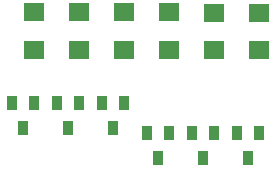
<source format=gtp>
G04*
G04 Format:               Gerber RS-274X*
G04 Export Settings:      (custom)*
G04 Layer:                TopSolderPaste*
G04 This File Name:       EP00012232.gtp*
G04 Source File Name:     EP00012232.rrb*
G04 Part Number:          KIM1KEYBOARD*
G04 Revision:             1*
G04 Unique ID:            0454f806-1144-4a33-8ea9-d41686c09063*
G04 Generated Date:       Monday, 06 January 2020 11:52:52*
G04*
G04 Created Using:        ExpressPCB Plus v2.0.0*
G04 Software Contact:     http://www.expresspcb.com/support*
G04 License Number:       1104*
G04*
G04 Zero Suppression:     Leading*
G04 Number Precision:     2.4*
G04*
G04 Polarity:             Positive. Dark is for paste (cut out to make stencil). Clear space is metal or kapton.*
G04*
%FSLAX24Y24*%
%MOIN*%
%LNTopSolderPaste*%
%ADD10R,.007X.007*%
%ADD11R,.0354X.0496*%
%ADD12R,.0673X.0585*%
D11*
G01X28250Y6750D03*
X27502D03*
X27876Y5884D03*
X29750Y6750D03*
X29002D03*
X29376Y5884D03*
X31250Y6750D03*
X30502D03*
X30876Y5884D03*
X32750Y5750D03*
X32002D03*
X32376Y4884D03*
X34250Y5750D03*
X33502D03*
X33876Y4884D03*
X35748Y5750D03*
X35000D03*
X35374Y4884D03*
D12*
X35750Y8490D03*
Y9750D03*
X34250Y8490D03*
Y9750D03*
X32750Y8500D03*
Y9760D03*
X31250Y8500D03*
Y9760D03*
X29750Y8500D03*
Y9760D03*
X28250Y8500D03*
Y9760D03*
M02*

</source>
